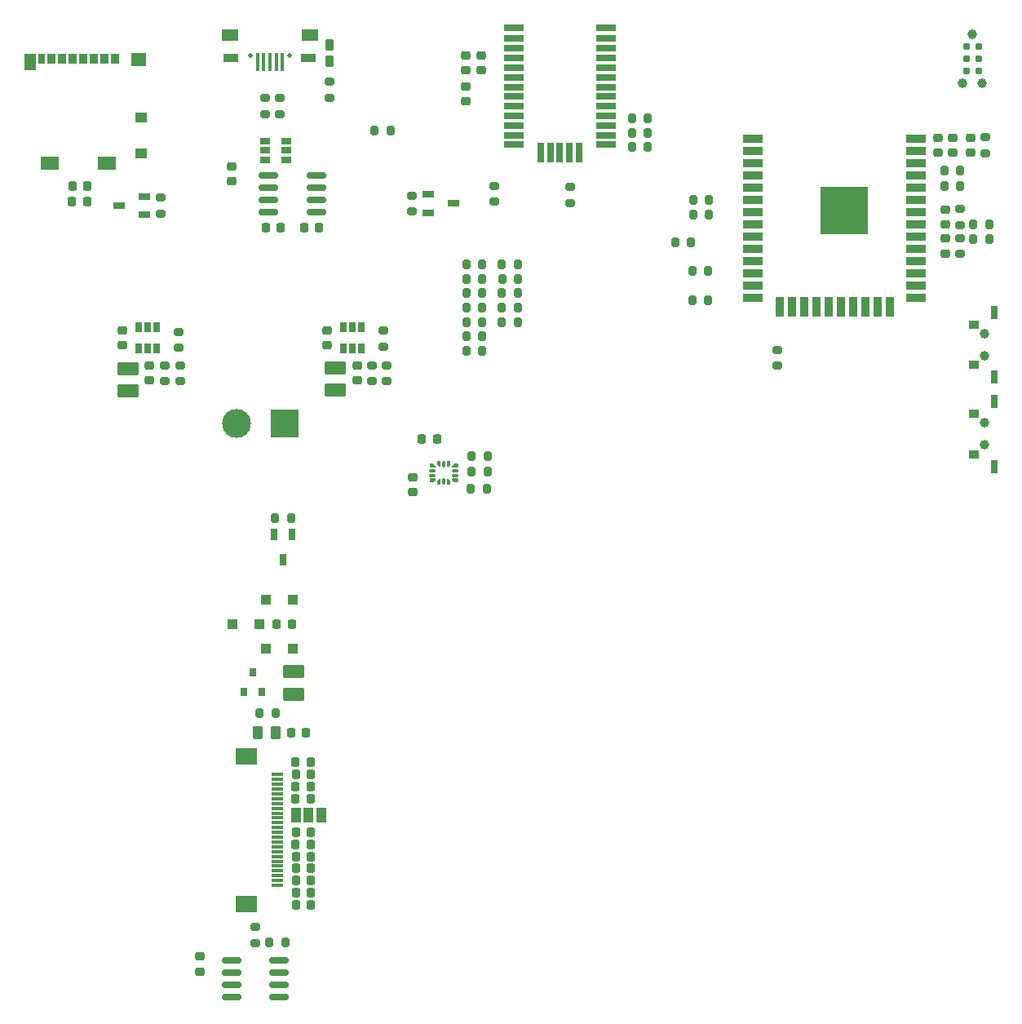
<source format=gbr>
%TF.GenerationSoftware,KiCad,Pcbnew,(5.99.0-8534-g3fcd0860c1)*%
%TF.CreationDate,2021-03-04T23:40:16+01:00*%
%TF.ProjectId,Navi_2_0,4e617669-5f32-45f3-902e-6b696361645f,rev?*%
%TF.SameCoordinates,Original*%
%TF.FileFunction,Soldermask,Bot*%
%TF.FilePolarity,Negative*%
%FSLAX46Y46*%
G04 Gerber Fmt 4.6, Leading zero omitted, Abs format (unit mm)*
G04 Created by KiCad (PCBNEW (5.99.0-8534-g3fcd0860c1)) date 2021-03-04 23:40:16*
%MOMM*%
%LPD*%
G01*
G04 APERTURE LIST*
G04 Aperture macros list*
%AMRoundRect*
0 Rectangle with rounded corners*
0 $1 Rounding radius*
0 $2 $3 $4 $5 $6 $7 $8 $9 X,Y pos of 4 corners*
0 Add a 4 corners polygon primitive as box body*
4,1,4,$2,$3,$4,$5,$6,$7,$8,$9,$2,$3,0*
0 Add four circle primitives for the rounded corners*
1,1,$1+$1,$2,$3*
1,1,$1+$1,$4,$5*
1,1,$1+$1,$6,$7*
1,1,$1+$1,$8,$9*
0 Add four rect primitives between the rounded corners*
20,1,$1+$1,$2,$3,$4,$5,0*
20,1,$1+$1,$4,$5,$6,$7,0*
20,1,$1+$1,$6,$7,$8,$9,0*
20,1,$1+$1,$8,$9,$2,$3,0*%
G04 Aperture macros list end*
%ADD10C,0.787400*%
%ADD11C,0.990600*%
%ADD12RoundRect,0.200000X-0.200000X-0.275000X0.200000X-0.275000X0.200000X0.275000X-0.200000X0.275000X0*%
%ADD13RoundRect,0.225000X-0.250000X0.225000X-0.250000X-0.225000X0.250000X-0.225000X0.250000X0.225000X0*%
%ADD14RoundRect,0.225000X0.250000X-0.225000X0.250000X0.225000X-0.250000X0.225000X-0.250000X-0.225000X0*%
%ADD15RoundRect,0.225000X-0.225000X-0.250000X0.225000X-0.250000X0.225000X0.250000X-0.225000X0.250000X0*%
%ADD16RoundRect,0.212500X-0.212500X0.400000X-0.212500X-0.400000X0.212500X-0.400000X0.212500X0.400000X0*%
%ADD17RoundRect,0.250000X-0.850000X0.462500X-0.850000X-0.462500X0.850000X-0.462500X0.850000X0.462500X0*%
%ADD18R,1.220000X0.650000*%
%ADD19RoundRect,0.200000X0.275000X-0.200000X0.275000X0.200000X-0.275000X0.200000X-0.275000X-0.200000X0*%
%ADD20RoundRect,0.200000X-0.275000X0.200000X-0.275000X-0.200000X0.275000X-0.200000X0.275000X0.200000X0*%
%ADD21RoundRect,0.200000X0.200000X0.275000X-0.200000X0.275000X-0.200000X-0.275000X0.200000X-0.275000X0*%
%ADD22C,1.000000*%
%ADD23R,1.000000X0.900000*%
%ADD24R,0.800000X1.450000*%
%ADD25R,0.650000X1.060000*%
%ADD26R,2.000000X0.900000*%
%ADD27R,0.900000X2.000000*%
%ADD28R,5.000000X5.000000*%
%ADD29RoundRect,0.087500X0.225000X0.087500X-0.225000X0.087500X-0.225000X-0.087500X0.225000X-0.087500X0*%
%ADD30RoundRect,0.087500X0.087500X0.225000X-0.087500X0.225000X-0.087500X-0.225000X0.087500X-0.225000X0*%
%ADD31C,3.000000*%
%ADD32R,3.000000X3.000000*%
%ADD33RoundRect,0.225000X0.225000X0.250000X-0.225000X0.250000X-0.225000X-0.250000X0.225000X-0.250000X0*%
%ADD34R,1.100000X1.100000*%
%ADD35R,1.300000X0.300000*%
%ADD36R,2.200000X1.800000*%
%ADD37R,0.650000X1.220000*%
%ADD38R,1.000000X1.500000*%
%ADD39R,0.800000X0.900000*%
%ADD40RoundRect,0.250000X0.850000X-0.462500X0.850000X0.462500X-0.850000X0.462500X-0.850000X-0.462500X0*%
%ADD41RoundRect,0.249998X-0.262502X-0.450002X0.262502X-0.450002X0.262502X0.450002X-0.262502X0.450002X0*%
%ADD42RoundRect,0.150000X0.825000X0.150000X-0.825000X0.150000X-0.825000X-0.150000X0.825000X-0.150000X0*%
%ADD43R,1.060000X0.650000*%
%ADD44R,0.850000X1.100000*%
%ADD45R,0.750000X1.100000*%
%ADD46R,1.200000X1.000000*%
%ADD47R,1.170000X1.800000*%
%ADD48R,1.900000X1.350000*%
%ADD49R,1.550000X1.350000*%
%ADD50C,0.500000*%
%ADD51R,0.400000X1.850000*%
%ADD52R,1.690000X1.300000*%
%ADD53R,1.650000X0.900000*%
%ADD54R,2.150000X0.700000*%
%ADD55R,0.700000X2.150000*%
G04 APERTURE END LIST*
D10*
%TO.C,J23*%
X136999000Y-36430000D03*
X138269000Y-36430000D03*
X136999000Y-35160000D03*
X138269000Y-35160000D03*
X136999000Y-33890000D03*
X138269000Y-33890000D03*
D11*
X137634000Y-32620000D03*
X138650000Y-37700000D03*
X136618000Y-37700000D03*
%TD*%
D12*
%TO.C,R50*%
X108425000Y-54200000D03*
X106775000Y-54200000D03*
%TD*%
%TO.C,R49*%
X87225000Y-79800000D03*
X85575000Y-79800000D03*
%TD*%
%TO.C,R48*%
X87275000Y-76400000D03*
X85625000Y-76400000D03*
%TD*%
D13*
%TO.C,C1*%
X49400000Y-63375000D03*
X49400000Y-64925000D03*
%TD*%
%TO.C,C2*%
X70600000Y-63375000D03*
X70600000Y-64925000D03*
%TD*%
D14*
%TO.C,C10*%
X52200000Y-68575000D03*
X52200000Y-67025000D03*
%TD*%
%TO.C,C11*%
X73750000Y-68575000D03*
X73750000Y-67025000D03*
%TD*%
D13*
%TO.C,C14*%
X79500000Y-78625000D03*
X79500000Y-80175000D03*
%TD*%
D15*
%TO.C,C15*%
X80475000Y-74650000D03*
X82025000Y-74650000D03*
%TD*%
D16*
%TO.C,D2*%
X70900000Y-33775000D03*
X70900000Y-35400000D03*
%TD*%
D17*
%TO.C,L1*%
X50000000Y-67325000D03*
X50000000Y-69650000D03*
%TD*%
%TO.C,L2*%
X71500000Y-67237500D03*
X71500000Y-69562500D03*
%TD*%
D18*
%TO.C,Q3*%
X81140000Y-51150000D03*
X81140000Y-49250000D03*
X83760000Y-50200000D03*
%TD*%
%TO.C,Q6*%
X51660000Y-49450000D03*
X51660000Y-51350000D03*
X49040000Y-50400000D03*
%TD*%
D19*
%TO.C,R2*%
X55250000Y-65150000D03*
X55250000Y-63500000D03*
%TD*%
%TO.C,R3*%
X76500000Y-65050000D03*
X76500000Y-63400000D03*
%TD*%
%TO.C,R10*%
X53750000Y-68625000D03*
X53750000Y-66975000D03*
%TD*%
%TO.C,R12*%
X75250000Y-68625000D03*
X75250000Y-66975000D03*
%TD*%
D20*
%TO.C,R18*%
X70900000Y-37575000D03*
X70900000Y-39225000D03*
%TD*%
D19*
%TO.C,R32*%
X79450000Y-51025000D03*
X79450000Y-49375000D03*
%TD*%
%TO.C,R33*%
X53350000Y-51225000D03*
X53350000Y-49575000D03*
%TD*%
D21*
%TO.C,R34*%
X87275000Y-78050000D03*
X85625000Y-78050000D03*
%TD*%
D22*
%TO.C,SW1*%
X138850000Y-72950000D03*
X138850000Y-75250000D03*
D23*
X137800000Y-76200000D03*
X137800000Y-72000000D03*
D24*
X139850000Y-77475000D03*
X139850000Y-70730000D03*
%TD*%
D22*
%TO.C,SW2*%
X138850000Y-66000000D03*
X138850000Y-63700000D03*
D23*
X137800000Y-66950000D03*
X137800000Y-62750000D03*
D24*
X139850000Y-68225000D03*
X139850000Y-61480000D03*
%TD*%
D25*
%TO.C,U1*%
X52950000Y-65250000D03*
X52000000Y-65250000D03*
X51050000Y-65250000D03*
X51050000Y-63050000D03*
X52000000Y-63050000D03*
X52950000Y-63050000D03*
%TD*%
%TO.C,U2*%
X74200000Y-65250000D03*
X73250000Y-65250000D03*
X72300000Y-65250000D03*
X72300000Y-63050000D03*
X73250000Y-63050000D03*
X74200000Y-63050000D03*
%TD*%
D26*
%TO.C,U3*%
X131800000Y-43445000D03*
X131800000Y-44715000D03*
X131800000Y-45985000D03*
X131800000Y-47255000D03*
X131800000Y-48525000D03*
X131800000Y-49795000D03*
X131800000Y-51065000D03*
X131800000Y-52335000D03*
X131800000Y-53605000D03*
X131800000Y-54875000D03*
X131800000Y-56145000D03*
X131800000Y-57415000D03*
X131800000Y-58685000D03*
X131800000Y-59955000D03*
D27*
X129015000Y-60955000D03*
X127745000Y-60955000D03*
X126475000Y-60955000D03*
X125205000Y-60955000D03*
X123935000Y-60955000D03*
X122665000Y-60955000D03*
X121395000Y-60955000D03*
X120125000Y-60955000D03*
X118855000Y-60955000D03*
X117585000Y-60955000D03*
D26*
X114800000Y-59955000D03*
X114800000Y-58685000D03*
X114800000Y-57415000D03*
X114800000Y-56145000D03*
X114800000Y-54875000D03*
X114800000Y-53605000D03*
X114800000Y-52335000D03*
X114800000Y-51065000D03*
X114800000Y-49795000D03*
X114800000Y-48525000D03*
X114800000Y-47255000D03*
X114800000Y-45985000D03*
X114800000Y-44715000D03*
X114800000Y-43445000D03*
D28*
X124300000Y-50945000D03*
%TD*%
%TO.C,U6*%
G36*
X83665258Y-77573282D02*
G01*
X83661976Y-77573861D01*
X83659090Y-77572195D01*
X83649348Y-77570477D01*
X83634421Y-77557951D01*
X83617547Y-77548209D01*
X83615233Y-77541850D01*
X83610048Y-77537500D01*
X83606664Y-77518309D01*
X83600000Y-77500000D01*
X83600000Y-77481066D01*
X83600809Y-77476480D01*
X83600286Y-77474529D01*
X83601680Y-77471540D01*
X83604523Y-77455414D01*
X83615048Y-77442871D01*
X83621967Y-77428033D01*
X83828033Y-77221967D01*
X83831847Y-77219297D01*
X83832857Y-77217547D01*
X83835957Y-77216419D01*
X83849370Y-77207027D01*
X83865681Y-77205600D01*
X83881066Y-77200000D01*
X84150000Y-77200000D01*
X84159742Y-77201718D01*
X84163024Y-77201139D01*
X84165910Y-77202805D01*
X84175652Y-77204523D01*
X84190579Y-77217049D01*
X84207453Y-77226791D01*
X84209767Y-77233150D01*
X84214952Y-77237500D01*
X84218336Y-77256691D01*
X84225000Y-77275000D01*
X84225000Y-77500000D01*
X84223282Y-77509742D01*
X84223861Y-77513024D01*
X84222195Y-77515910D01*
X84220477Y-77525652D01*
X84207951Y-77540579D01*
X84198209Y-77557453D01*
X84191850Y-77559767D01*
X84187500Y-77564952D01*
X84168309Y-77568336D01*
X84150000Y-77575000D01*
X83675000Y-77575000D01*
X83665258Y-77573282D01*
G37*
D29*
X83912500Y-77900000D03*
X83912500Y-78400000D03*
G36*
X83876480Y-79099191D02*
G01*
X83874530Y-79099714D01*
X83871542Y-79098321D01*
X83855414Y-79095477D01*
X83842870Y-79084951D01*
X83828033Y-79078033D01*
X83621967Y-78871967D01*
X83619297Y-78868153D01*
X83617547Y-78867143D01*
X83616419Y-78864043D01*
X83607027Y-78850630D01*
X83605600Y-78834320D01*
X83600000Y-78818934D01*
X83600000Y-78800000D01*
X83601718Y-78790258D01*
X83601139Y-78786976D01*
X83602805Y-78784090D01*
X83604523Y-78774348D01*
X83617049Y-78759421D01*
X83626791Y-78742547D01*
X83633150Y-78740233D01*
X83637500Y-78735048D01*
X83656691Y-78731664D01*
X83675000Y-78725000D01*
X84150000Y-78725000D01*
X84159742Y-78726718D01*
X84163024Y-78726139D01*
X84165910Y-78727805D01*
X84175652Y-78729523D01*
X84190579Y-78742049D01*
X84207453Y-78751791D01*
X84209767Y-78758150D01*
X84214952Y-78762500D01*
X84218336Y-78781691D01*
X84225000Y-78800000D01*
X84225000Y-79025000D01*
X84223282Y-79034742D01*
X84223861Y-79038024D01*
X84222195Y-79040910D01*
X84220477Y-79050652D01*
X84207951Y-79065579D01*
X84198209Y-79082453D01*
X84191850Y-79084767D01*
X84187500Y-79089952D01*
X84168309Y-79093336D01*
X84150000Y-79100000D01*
X83881066Y-79100000D01*
X83876480Y-79099191D01*
G37*
G36*
X83140258Y-79373282D02*
G01*
X83136976Y-79373861D01*
X83134090Y-79372195D01*
X83124348Y-79370477D01*
X83109421Y-79357951D01*
X83092547Y-79348209D01*
X83090233Y-79341850D01*
X83085048Y-79337500D01*
X83081664Y-79318309D01*
X83075000Y-79300000D01*
X83075000Y-78825000D01*
X83076718Y-78815258D01*
X83076139Y-78811976D01*
X83077805Y-78809090D01*
X83079523Y-78799348D01*
X83092049Y-78784421D01*
X83101791Y-78767547D01*
X83108150Y-78765233D01*
X83112500Y-78760048D01*
X83131691Y-78756664D01*
X83150000Y-78750000D01*
X83168934Y-78750000D01*
X83173520Y-78750809D01*
X83175471Y-78750286D01*
X83178460Y-78751680D01*
X83194586Y-78754523D01*
X83207129Y-78765048D01*
X83221967Y-78771967D01*
X83428033Y-78978033D01*
X83430703Y-78981847D01*
X83432453Y-78982857D01*
X83433581Y-78985957D01*
X83442973Y-78999370D01*
X83444400Y-79015681D01*
X83450000Y-79031066D01*
X83450000Y-79300000D01*
X83448282Y-79309742D01*
X83448861Y-79313024D01*
X83447195Y-79315910D01*
X83445477Y-79325652D01*
X83432951Y-79340579D01*
X83423209Y-79357453D01*
X83416850Y-79359767D01*
X83412500Y-79364952D01*
X83393309Y-79368336D01*
X83375000Y-79375000D01*
X83150000Y-79375000D01*
X83140258Y-79373282D01*
G37*
D30*
X82750000Y-79062500D03*
G36*
X82115258Y-79373282D02*
G01*
X82111976Y-79373861D01*
X82109090Y-79372195D01*
X82099348Y-79370477D01*
X82084421Y-79357951D01*
X82067547Y-79348209D01*
X82065233Y-79341850D01*
X82060048Y-79337500D01*
X82056664Y-79318309D01*
X82050000Y-79300000D01*
X82050000Y-79031066D01*
X82050809Y-79026480D01*
X82050286Y-79024529D01*
X82051680Y-79021540D01*
X82054523Y-79005414D01*
X82065048Y-78992871D01*
X82071967Y-78978033D01*
X82278033Y-78771967D01*
X82281847Y-78769297D01*
X82282857Y-78767547D01*
X82285957Y-78766419D01*
X82299370Y-78757027D01*
X82315681Y-78755600D01*
X82331066Y-78750000D01*
X82350000Y-78750000D01*
X82359742Y-78751718D01*
X82363024Y-78751139D01*
X82365910Y-78752805D01*
X82375652Y-78754523D01*
X82390579Y-78767049D01*
X82407453Y-78776791D01*
X82409767Y-78783150D01*
X82414952Y-78787500D01*
X82418336Y-78806691D01*
X82425000Y-78825000D01*
X82425000Y-79300000D01*
X82423282Y-79309742D01*
X82423861Y-79313024D01*
X82422195Y-79315910D01*
X82420477Y-79325652D01*
X82407951Y-79340579D01*
X82398209Y-79357453D01*
X82391850Y-79359767D01*
X82387500Y-79364952D01*
X82368309Y-79368336D01*
X82350000Y-79375000D01*
X82125000Y-79375000D01*
X82115258Y-79373282D01*
G37*
G36*
X81340258Y-79098282D02*
G01*
X81336976Y-79098861D01*
X81334090Y-79097195D01*
X81324348Y-79095477D01*
X81309421Y-79082951D01*
X81292547Y-79073209D01*
X81290233Y-79066850D01*
X81285048Y-79062500D01*
X81281664Y-79043309D01*
X81275000Y-79025000D01*
X81275000Y-78800000D01*
X81276718Y-78790258D01*
X81276139Y-78786976D01*
X81277805Y-78784090D01*
X81279523Y-78774348D01*
X81292049Y-78759421D01*
X81301791Y-78742547D01*
X81308150Y-78740233D01*
X81312500Y-78735048D01*
X81331691Y-78731664D01*
X81350000Y-78725000D01*
X81825000Y-78725000D01*
X81834742Y-78726718D01*
X81838024Y-78726139D01*
X81840910Y-78727805D01*
X81850652Y-78729523D01*
X81865579Y-78742049D01*
X81882453Y-78751791D01*
X81884767Y-78758150D01*
X81889952Y-78762500D01*
X81893336Y-78781691D01*
X81900000Y-78800000D01*
X81900000Y-78818934D01*
X81899191Y-78823520D01*
X81899714Y-78825470D01*
X81898321Y-78828458D01*
X81895477Y-78844586D01*
X81884951Y-78857130D01*
X81878033Y-78871967D01*
X81671967Y-79078033D01*
X81668153Y-79080703D01*
X81667143Y-79082453D01*
X81664043Y-79083581D01*
X81650630Y-79092973D01*
X81634320Y-79094400D01*
X81618934Y-79100000D01*
X81350000Y-79100000D01*
X81340258Y-79098282D01*
G37*
D29*
X81587500Y-78400000D03*
X81587500Y-77900000D03*
G36*
X81340258Y-77573282D02*
G01*
X81336976Y-77573861D01*
X81334090Y-77572195D01*
X81324348Y-77570477D01*
X81309421Y-77557951D01*
X81292547Y-77548209D01*
X81290233Y-77541850D01*
X81285048Y-77537500D01*
X81281664Y-77518309D01*
X81275000Y-77500000D01*
X81275000Y-77275000D01*
X81276718Y-77265258D01*
X81276139Y-77261976D01*
X81277805Y-77259090D01*
X81279523Y-77249348D01*
X81292049Y-77234421D01*
X81301791Y-77217547D01*
X81308150Y-77215233D01*
X81312500Y-77210048D01*
X81331691Y-77206664D01*
X81350000Y-77200000D01*
X81618934Y-77200000D01*
X81623520Y-77200809D01*
X81625471Y-77200286D01*
X81628460Y-77201680D01*
X81644586Y-77204523D01*
X81657129Y-77215048D01*
X81671967Y-77221967D01*
X81878033Y-77428033D01*
X81880703Y-77431847D01*
X81882453Y-77432857D01*
X81883581Y-77435957D01*
X81892973Y-77449370D01*
X81894400Y-77465681D01*
X81900000Y-77481066D01*
X81900000Y-77500000D01*
X81898282Y-77509742D01*
X81898861Y-77513024D01*
X81897195Y-77515910D01*
X81895477Y-77525652D01*
X81882951Y-77540579D01*
X81873209Y-77557453D01*
X81866850Y-77559767D01*
X81862500Y-77564952D01*
X81843309Y-77568336D01*
X81825000Y-77575000D01*
X81350000Y-77575000D01*
X81340258Y-77573282D01*
G37*
G36*
X82326480Y-77549191D02*
G01*
X82324530Y-77549714D01*
X82321542Y-77548321D01*
X82305414Y-77545477D01*
X82292870Y-77534951D01*
X82278033Y-77528033D01*
X82071967Y-77321967D01*
X82069297Y-77318153D01*
X82067547Y-77317143D01*
X82066419Y-77314043D01*
X82057027Y-77300630D01*
X82055600Y-77284320D01*
X82050000Y-77268934D01*
X82050000Y-77000000D01*
X82051718Y-76990258D01*
X82051139Y-76986976D01*
X82052805Y-76984090D01*
X82054523Y-76974348D01*
X82067049Y-76959421D01*
X82076791Y-76942547D01*
X82083150Y-76940233D01*
X82087500Y-76935048D01*
X82106691Y-76931664D01*
X82125000Y-76925000D01*
X82350000Y-76925000D01*
X82359742Y-76926718D01*
X82363024Y-76926139D01*
X82365910Y-76927805D01*
X82375652Y-76929523D01*
X82390579Y-76942049D01*
X82407453Y-76951791D01*
X82409767Y-76958150D01*
X82414952Y-76962500D01*
X82418336Y-76981691D01*
X82425000Y-77000000D01*
X82425000Y-77475000D01*
X82423282Y-77484742D01*
X82423861Y-77488024D01*
X82422195Y-77490910D01*
X82420477Y-77500652D01*
X82407951Y-77515579D01*
X82398209Y-77532453D01*
X82391850Y-77534767D01*
X82387500Y-77539952D01*
X82368309Y-77543336D01*
X82350000Y-77550000D01*
X82331066Y-77550000D01*
X82326480Y-77549191D01*
G37*
D30*
X82750000Y-77237500D03*
G36*
X83140258Y-77548282D02*
G01*
X83136976Y-77548861D01*
X83134090Y-77547195D01*
X83124348Y-77545477D01*
X83109421Y-77532951D01*
X83092547Y-77523209D01*
X83090233Y-77516850D01*
X83085048Y-77512500D01*
X83081664Y-77493309D01*
X83075000Y-77475000D01*
X83075000Y-77000000D01*
X83076718Y-76990258D01*
X83076139Y-76986976D01*
X83077805Y-76984090D01*
X83079523Y-76974348D01*
X83092049Y-76959421D01*
X83101791Y-76942547D01*
X83108150Y-76940233D01*
X83112500Y-76935048D01*
X83131691Y-76931664D01*
X83150000Y-76925000D01*
X83375000Y-76925000D01*
X83384742Y-76926718D01*
X83388024Y-76926139D01*
X83390910Y-76927805D01*
X83400652Y-76929523D01*
X83415579Y-76942049D01*
X83432453Y-76951791D01*
X83434767Y-76958150D01*
X83439952Y-76962500D01*
X83443336Y-76981691D01*
X83450000Y-77000000D01*
X83450000Y-77268934D01*
X83449191Y-77273520D01*
X83449714Y-77275470D01*
X83448321Y-77278458D01*
X83445477Y-77294586D01*
X83434951Y-77307130D01*
X83428033Y-77321967D01*
X83221967Y-77528033D01*
X83218153Y-77530703D01*
X83217143Y-77532453D01*
X83214043Y-77533581D01*
X83200630Y-77542973D01*
X83184320Y-77544400D01*
X83168934Y-77550000D01*
X83150000Y-77550000D01*
X83140258Y-77548282D01*
G37*
%TD*%
D31*
%TO.C,J9*%
X61200000Y-73000000D03*
%TD*%
D32*
%TO.C,J10*%
X66250000Y-73000000D03*
%TD*%
D14*
%TO.C,C3*%
X135550000Y-44925000D03*
X135550000Y-43375000D03*
%TD*%
%TO.C,C4*%
X137400000Y-44900000D03*
X137400000Y-43350000D03*
%TD*%
D13*
%TO.C,C8*%
X134800000Y-50825000D03*
X134800000Y-52375000D03*
%TD*%
D14*
%TO.C,C12*%
X134800000Y-55375000D03*
X134800000Y-53825000D03*
%TD*%
%TO.C,C5*%
X134050000Y-44925000D03*
X134050000Y-43375000D03*
%TD*%
D12*
%TO.C,R6*%
X134725000Y-46800000D03*
X136375000Y-46800000D03*
%TD*%
D19*
%TO.C,R1*%
X139000000Y-44975000D03*
X139000000Y-43325000D03*
%TD*%
%TO.C,R15*%
X136300000Y-55425000D03*
X136300000Y-53775000D03*
%TD*%
D12*
%TO.C,R21*%
X108525000Y-57200000D03*
X110175000Y-57200000D03*
%TD*%
D21*
%TO.C,R7*%
X136375000Y-48400000D03*
X134725000Y-48400000D03*
%TD*%
D19*
%TO.C,R26*%
X88000000Y-50025000D03*
X88000000Y-48375000D03*
%TD*%
D21*
%TO.C,R20*%
X110275000Y-51350000D03*
X108625000Y-51350000D03*
%TD*%
%TO.C,R16*%
X110175000Y-60200000D03*
X108525000Y-60200000D03*
%TD*%
D12*
%TO.C,R8*%
X137725000Y-52350000D03*
X139375000Y-52350000D03*
%TD*%
D20*
%TO.C,R9*%
X136300000Y-50775000D03*
X136300000Y-52425000D03*
%TD*%
D21*
%TO.C,R19*%
X110275000Y-49850000D03*
X108625000Y-49850000D03*
%TD*%
D12*
%TO.C,R14*%
X137725000Y-53850000D03*
X139375000Y-53850000D03*
%TD*%
D19*
%TO.C,R17*%
X117350000Y-67025000D03*
X117350000Y-65375000D03*
%TD*%
D33*
%TO.C,C22*%
X68950000Y-121700000D03*
X67400000Y-121700000D03*
%TD*%
%TO.C,C13*%
X66975000Y-93850000D03*
X65425000Y-93850000D03*
%TD*%
%TO.C,C16*%
X68450000Y-105100000D03*
X66900000Y-105100000D03*
%TD*%
D13*
%TO.C,C17*%
X57450000Y-128325000D03*
X57450000Y-129875000D03*
%TD*%
D33*
%TO.C,C21*%
X68950000Y-119200000D03*
X67400000Y-119200000D03*
%TD*%
D15*
%TO.C,C20*%
X67375000Y-110700000D03*
X68925000Y-110700000D03*
%TD*%
D34*
%TO.C,D4*%
X67100000Y-91350000D03*
X64300000Y-91350000D03*
%TD*%
D15*
%TO.C,C23*%
X67375000Y-108200000D03*
X68925000Y-108200000D03*
%TD*%
%TO.C,C24*%
X67400000Y-109450000D03*
X68950000Y-109450000D03*
%TD*%
%TO.C,C25*%
X67350000Y-111950000D03*
X68900000Y-111950000D03*
%TD*%
%TO.C,C26*%
X67400000Y-115450000D03*
X68950000Y-115450000D03*
%TD*%
D33*
%TO.C,C27*%
X68925000Y-116700000D03*
X67375000Y-116700000D03*
%TD*%
%TO.C,C28*%
X68950000Y-117950000D03*
X67400000Y-117950000D03*
%TD*%
%TO.C,C29*%
X68950000Y-120450000D03*
X67400000Y-120450000D03*
%TD*%
D34*
%TO.C,D3*%
X63600000Y-93850000D03*
X60800000Y-93850000D03*
%TD*%
%TO.C,D5*%
X64300000Y-96350000D03*
X67100000Y-96350000D03*
%TD*%
D35*
%TO.C,J2*%
X65500000Y-120950000D03*
X65500000Y-120450000D03*
X65500000Y-119950000D03*
X65500000Y-119450000D03*
X65500000Y-118950000D03*
X65500000Y-118450000D03*
X65500000Y-117950000D03*
X65500000Y-117450000D03*
X65500000Y-116950000D03*
X65500000Y-116450000D03*
X65500000Y-115950000D03*
X65500000Y-115450000D03*
X65500000Y-114950000D03*
X65500000Y-114450000D03*
X65500000Y-113950000D03*
X65500000Y-113450000D03*
X65500000Y-112950000D03*
X65500000Y-112450000D03*
X65500000Y-111950000D03*
X65500000Y-111450000D03*
X65500000Y-110950000D03*
X65500000Y-110450000D03*
X65500000Y-109950000D03*
X65500000Y-109450000D03*
D36*
X62250000Y-107550000D03*
X62250000Y-122850000D03*
%TD*%
D33*
%TO.C,C30*%
X68950000Y-122950000D03*
X67400000Y-122950000D03*
%TD*%
D37*
%TO.C,Q1*%
X65100000Y-84540000D03*
X67000000Y-84540000D03*
X66050000Y-87160000D03*
%TD*%
D38*
%TO.C,JP1*%
X70000000Y-113700000D03*
X68700000Y-113700000D03*
X67400000Y-113700000D03*
%TD*%
D39*
%TO.C,Q2*%
X63900000Y-100850000D03*
X62000000Y-100850000D03*
X62950000Y-98850000D03*
%TD*%
D40*
%TO.C,L3*%
X67200000Y-101100000D03*
X67200000Y-98775000D03*
%TD*%
D41*
%TO.C,R28*%
X63450000Y-105100000D03*
X65275000Y-105100000D03*
%TD*%
D12*
%TO.C,R27*%
X65225000Y-82850000D03*
X66875000Y-82850000D03*
%TD*%
D42*
%TO.C,U7*%
X65675000Y-128695000D03*
X65675000Y-129965000D03*
X65675000Y-131235000D03*
X65675000Y-132505000D03*
X60725000Y-132505000D03*
X60725000Y-131235000D03*
X60725000Y-129965000D03*
X60725000Y-128695000D03*
%TD*%
D21*
%TO.C,R29*%
X65275000Y-103100000D03*
X63625000Y-103100000D03*
%TD*%
D19*
%TO.C,R30*%
X63200000Y-126925000D03*
X63200000Y-125275000D03*
%TD*%
%TO.C,R11*%
X55400000Y-68625000D03*
X55400000Y-66975000D03*
%TD*%
%TO.C,R13*%
X76800000Y-68625000D03*
X76800000Y-66975000D03*
%TD*%
D13*
%TO.C,C31*%
X85000000Y-38050000D03*
X85000000Y-39600000D03*
%TD*%
%TO.C,C32*%
X85000000Y-34850000D03*
X85000000Y-36400000D03*
%TD*%
%TO.C,C33*%
X86600000Y-34850000D03*
X86600000Y-36400000D03*
%TD*%
D33*
%TO.C,C6*%
X65825000Y-52700000D03*
X64275000Y-52700000D03*
%TD*%
%TO.C,C7*%
X69825000Y-52700000D03*
X68275000Y-52700000D03*
%TD*%
D14*
%TO.C,C9*%
X60750000Y-47900000D03*
X60750000Y-46350000D03*
%TD*%
D42*
%TO.C,U4*%
X69525000Y-47295000D03*
X69525000Y-48565000D03*
X69525000Y-49835000D03*
X69525000Y-51105000D03*
X64575000Y-51105000D03*
X64575000Y-49835000D03*
X64575000Y-48565000D03*
X64575000Y-47295000D03*
%TD*%
D15*
%TO.C,C19*%
X44175000Y-50000000D03*
X45725000Y-50000000D03*
%TD*%
D33*
%TO.C,C18*%
X45775000Y-48400000D03*
X44225000Y-48400000D03*
%TD*%
D43*
%TO.C,D1*%
X64200000Y-45650000D03*
X64200000Y-44700000D03*
X64200000Y-43750000D03*
X66400000Y-43750000D03*
X66400000Y-44700000D03*
X66400000Y-45650000D03*
%TD*%
D44*
%TO.C,J27*%
X48655000Y-35150000D03*
X47555000Y-35150000D03*
X46455000Y-35150000D03*
X45355000Y-35150000D03*
X44255000Y-35150000D03*
X43155000Y-35150000D03*
X42055000Y-35150000D03*
D45*
X41005000Y-35150000D03*
D46*
X51290000Y-41300000D03*
X51290000Y-45000000D03*
D47*
X39795000Y-35500000D03*
D48*
X47790000Y-45975000D03*
X41820000Y-45975000D03*
D49*
X51115000Y-35275000D03*
%TD*%
D20*
%TO.C,R5*%
X64200000Y-39250000D03*
X64200000Y-40900000D03*
%TD*%
%TO.C,R4*%
X65750000Y-39250000D03*
X65750000Y-40900000D03*
%TD*%
D50*
%TO.C,J1*%
X62700000Y-34840000D03*
X66700000Y-34840000D03*
D51*
X63400000Y-35525000D03*
X64050000Y-35525000D03*
X64700000Y-35525000D03*
X65350000Y-35525000D03*
X66000000Y-35525000D03*
D52*
X60585000Y-32690000D03*
D53*
X60675000Y-35050000D03*
D52*
X68815000Y-32690000D03*
D53*
X68725000Y-35050000D03*
%TD*%
D19*
%TO.C,R25*%
X95850000Y-50150000D03*
X95850000Y-48500000D03*
%TD*%
D21*
%TO.C,R23*%
X103925000Y-44350000D03*
X102275000Y-44350000D03*
%TD*%
%TO.C,R24*%
X103925000Y-42850000D03*
X102275000Y-42850000D03*
%TD*%
%TO.C,R40*%
X77225000Y-42600000D03*
X75575000Y-42600000D03*
%TD*%
%TO.C,R22*%
X103925000Y-41350000D03*
X102275000Y-41350000D03*
%TD*%
D12*
%TO.C,R31*%
X64625000Y-126850000D03*
X66275000Y-126850000D03*
%TD*%
D21*
%TO.C,R41*%
X86750000Y-64000000D03*
X85100000Y-64000000D03*
%TD*%
%TO.C,R42*%
X86750000Y-62500000D03*
X85100000Y-62500000D03*
%TD*%
%TO.C,R43*%
X86750000Y-61000000D03*
X85100000Y-61000000D03*
%TD*%
%TO.C,R45*%
X86750000Y-58000000D03*
X85100000Y-58000000D03*
%TD*%
%TO.C,R47*%
X86750000Y-65500000D03*
X85100000Y-65500000D03*
%TD*%
%TO.C,R46*%
X86750000Y-56500000D03*
X85100000Y-56500000D03*
%TD*%
%TO.C,R44*%
X86750000Y-59500000D03*
X85100000Y-59500000D03*
%TD*%
D12*
%TO.C,R39*%
X88775000Y-56500000D03*
X90425000Y-56500000D03*
%TD*%
%TO.C,R37*%
X88800000Y-58000000D03*
X90450000Y-58000000D03*
%TD*%
%TO.C,R38*%
X88775000Y-59500000D03*
X90425000Y-59500000D03*
%TD*%
%TO.C,R35*%
X88775000Y-62500000D03*
X90425000Y-62500000D03*
%TD*%
%TO.C,R36*%
X88775000Y-61000000D03*
X90425000Y-61000000D03*
%TD*%
D54*
%TO.C,U5*%
X90000000Y-44100000D03*
X90000000Y-43100000D03*
X90000000Y-42100000D03*
X90000000Y-41100000D03*
X90000000Y-40100000D03*
X90000000Y-39100000D03*
X90000000Y-38100000D03*
X90000000Y-37100000D03*
X90000000Y-36100000D03*
X90000000Y-35100000D03*
X90000000Y-34100000D03*
X90000000Y-33100000D03*
X90000000Y-31950000D03*
X99600000Y-31950000D03*
X99600000Y-33100000D03*
X99600000Y-34100000D03*
X99600000Y-35100000D03*
X99600000Y-36100000D03*
X99600000Y-37100000D03*
X99600000Y-38100000D03*
X99600000Y-39100000D03*
X99600000Y-40100000D03*
X99600000Y-41100000D03*
X99600000Y-42100000D03*
X99600000Y-43100000D03*
X99600000Y-44100000D03*
D55*
X96800000Y-44900000D03*
X95800000Y-44900000D03*
X94800000Y-44900000D03*
X93800000Y-44900000D03*
X92800000Y-44900000D03*
%TD*%
M02*

</source>
